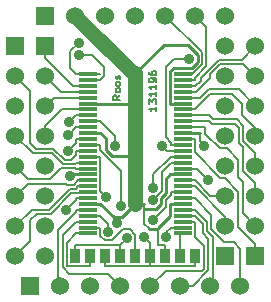
<source format=gtl>
G04 (created by PCBNEW-RS274X (2012-apr-16-27)-stable) date dim. 02 juin 2013 12:40:30 CST*
G01*
G70*
G90*
%MOIN*%
G04 Gerber Fmt 3.4, Leading zero omitted, Abs format*
%FSLAX34Y34*%
G04 APERTURE LIST*
%ADD10C,0.006000*%
%ADD11C,0.006300*%
%ADD12R,0.060000X0.060000*%
%ADD13C,0.060000*%
%ADD14R,0.059100X0.011800*%
%ADD15R,0.038000X0.050000*%
%ADD16C,0.035000*%
%ADD17C,0.010000*%
%ADD18C,0.050000*%
%ADD19C,0.007600*%
G04 APERTURE END LIST*
G54D10*
G54D11*
X18201Y-25024D02*
X18201Y-25166D01*
X18201Y-25095D02*
X17951Y-25095D01*
X17987Y-25119D01*
X18011Y-25143D01*
X18023Y-25166D01*
X17951Y-24940D02*
X17951Y-24786D01*
X18046Y-24869D01*
X18046Y-24833D01*
X18058Y-24809D01*
X18070Y-24797D01*
X18094Y-24786D01*
X18154Y-24786D01*
X18177Y-24797D01*
X18189Y-24809D01*
X18201Y-24833D01*
X18201Y-24905D01*
X18189Y-24928D01*
X18177Y-24940D01*
X18201Y-24548D02*
X18201Y-24690D01*
X18201Y-24619D02*
X17951Y-24619D01*
X17987Y-24643D01*
X18011Y-24667D01*
X18023Y-24690D01*
X18201Y-24310D02*
X18201Y-24452D01*
X18201Y-24381D02*
X17951Y-24381D01*
X17987Y-24405D01*
X18011Y-24429D01*
X18023Y-24452D01*
X18201Y-24191D02*
X18201Y-24143D01*
X18189Y-24119D01*
X18177Y-24107D01*
X18142Y-24083D01*
X18094Y-24072D01*
X17999Y-24072D01*
X17975Y-24083D01*
X17963Y-24095D01*
X17951Y-24119D01*
X17951Y-24167D01*
X17963Y-24191D01*
X17975Y-24202D01*
X17999Y-24214D01*
X18058Y-24214D01*
X18082Y-24202D01*
X18094Y-24191D01*
X18106Y-24167D01*
X18106Y-24119D01*
X18094Y-24095D01*
X18082Y-24083D01*
X18058Y-24072D01*
X17951Y-23857D02*
X17951Y-23905D01*
X17963Y-23929D01*
X17975Y-23941D01*
X18011Y-23964D01*
X18058Y-23976D01*
X18154Y-23976D01*
X18177Y-23964D01*
X18189Y-23953D01*
X18201Y-23929D01*
X18201Y-23881D01*
X18189Y-23857D01*
X18177Y-23845D01*
X18154Y-23834D01*
X18094Y-23834D01*
X18070Y-23845D01*
X18058Y-23857D01*
X18046Y-23881D01*
X18046Y-23929D01*
X18058Y-23953D01*
X18070Y-23964D01*
X18094Y-23976D01*
X17001Y-24650D02*
X16882Y-24733D01*
X17001Y-24792D02*
X16751Y-24792D01*
X16751Y-24697D01*
X16763Y-24673D01*
X16775Y-24662D01*
X16799Y-24650D01*
X16835Y-24650D01*
X16858Y-24662D01*
X16870Y-24673D01*
X16882Y-24697D01*
X16882Y-24792D01*
X17001Y-24507D02*
X16989Y-24531D01*
X16977Y-24542D01*
X16954Y-24554D01*
X16882Y-24554D01*
X16858Y-24542D01*
X16846Y-24531D01*
X16835Y-24507D01*
X16835Y-24471D01*
X16846Y-24447D01*
X16858Y-24435D01*
X16882Y-24423D01*
X16954Y-24423D01*
X16977Y-24435D01*
X16989Y-24447D01*
X17001Y-24471D01*
X17001Y-24507D01*
X17001Y-24281D02*
X16989Y-24305D01*
X16977Y-24316D01*
X16954Y-24328D01*
X16882Y-24328D01*
X16858Y-24316D01*
X16846Y-24305D01*
X16835Y-24281D01*
X16835Y-24245D01*
X16846Y-24221D01*
X16858Y-24209D01*
X16882Y-24197D01*
X16954Y-24197D01*
X16977Y-24209D01*
X16989Y-24221D01*
X17001Y-24245D01*
X17001Y-24281D01*
X16989Y-24102D02*
X17001Y-24079D01*
X17001Y-24031D01*
X16989Y-24007D01*
X16965Y-23995D01*
X16954Y-23995D01*
X16930Y-24007D01*
X16918Y-24031D01*
X16918Y-24067D01*
X16906Y-24090D01*
X16882Y-24102D01*
X16870Y-24102D01*
X16846Y-24090D01*
X16835Y-24067D01*
X16835Y-24031D01*
X16846Y-24007D01*
G54D12*
X14500Y-22000D03*
G54D13*
X15500Y-22000D03*
X16500Y-22000D03*
X17500Y-22000D03*
X18500Y-22000D03*
X19500Y-22000D03*
X20500Y-22000D03*
G54D12*
X14000Y-31000D03*
G54D13*
X15000Y-31000D03*
X16000Y-31000D03*
X17000Y-31000D03*
X18000Y-31000D03*
X19000Y-31000D03*
X20000Y-31000D03*
X21000Y-31000D03*
G54D12*
X21500Y-30000D03*
G54D13*
X21500Y-29000D03*
X21500Y-28000D03*
X21500Y-27000D03*
X21500Y-26000D03*
X21500Y-25000D03*
X21500Y-24000D03*
X21500Y-23000D03*
G54D12*
X20500Y-30000D03*
G54D13*
X20500Y-29000D03*
X20500Y-28000D03*
X20500Y-27000D03*
X20500Y-26000D03*
X20500Y-25000D03*
X20500Y-24000D03*
X20500Y-23000D03*
G54D12*
X14500Y-23000D03*
G54D13*
X14500Y-24000D03*
X14500Y-25000D03*
X14500Y-26000D03*
X14500Y-27000D03*
X14500Y-28000D03*
X14500Y-29000D03*
X14500Y-30000D03*
G54D12*
X13500Y-23000D03*
G54D13*
X13500Y-24000D03*
X13500Y-25000D03*
X13500Y-26000D03*
X13500Y-27000D03*
X13500Y-28000D03*
X13500Y-29000D03*
X13500Y-30000D03*
G54D14*
X19075Y-27485D03*
X19075Y-27288D03*
X19075Y-27091D03*
X19075Y-26894D03*
X19075Y-26697D03*
X19075Y-26500D03*
X19075Y-26304D03*
X19075Y-26107D03*
X19075Y-25910D03*
X19075Y-25713D03*
X19075Y-25516D03*
X15925Y-28666D03*
X15925Y-28862D03*
X15925Y-29059D03*
X15925Y-29256D03*
X19075Y-29256D03*
X19075Y-29060D03*
X19075Y-28863D03*
X15925Y-27091D03*
X19075Y-28469D03*
X19075Y-28272D03*
X19075Y-28075D03*
X19075Y-27878D03*
X19075Y-27682D03*
X15925Y-26107D03*
X15925Y-26303D03*
X15925Y-26500D03*
X15925Y-26697D03*
X15925Y-26894D03*
X19075Y-28666D03*
X15925Y-27288D03*
X15925Y-27485D03*
X15925Y-27681D03*
X15925Y-27878D03*
X15925Y-28075D03*
X15925Y-28272D03*
X15925Y-28469D03*
X15925Y-23941D03*
X15925Y-24138D03*
X15925Y-24335D03*
X15925Y-24532D03*
X15925Y-24729D03*
X15925Y-24925D03*
X15925Y-25122D03*
X15925Y-25319D03*
X15925Y-25516D03*
X15925Y-25713D03*
X15925Y-25910D03*
X19075Y-25319D03*
X19075Y-25122D03*
X19075Y-24925D03*
X19075Y-24729D03*
X19075Y-24532D03*
X19075Y-24335D03*
X19075Y-24138D03*
X19075Y-23941D03*
G54D15*
X18000Y-30000D03*
X17500Y-30000D03*
X17000Y-30000D03*
X16500Y-30000D03*
X16000Y-30000D03*
X15500Y-30000D03*
X19500Y-30000D03*
X19000Y-30000D03*
X18500Y-30000D03*
G54D16*
X16893Y-28922D03*
X17204Y-29393D03*
X15602Y-23314D03*
X15606Y-22900D03*
X19796Y-26324D03*
X17791Y-29366D03*
X15334Y-27352D03*
X18528Y-29373D03*
X15288Y-25554D03*
X15267Y-25968D03*
X16526Y-28049D03*
X16599Y-29212D03*
X15249Y-26521D03*
X16823Y-26326D03*
X17012Y-28345D03*
X18075Y-28815D03*
X19916Y-27460D03*
X18074Y-28140D03*
X18101Y-27726D03*
X18399Y-26337D03*
X19283Y-23430D03*
X15173Y-28486D03*
G54D17*
X17500Y-23920D02*
X17500Y-24000D01*
G54D18*
X17500Y-23920D02*
X17420Y-23920D01*
G54D17*
X17500Y-28272D02*
X17500Y-28270D01*
G54D19*
X17799Y-28272D02*
X17799Y-28428D01*
X17799Y-28946D02*
X17937Y-29084D01*
X17799Y-28428D02*
X17799Y-28946D01*
G54D17*
X19075Y-24925D02*
X18667Y-24925D01*
G54D18*
X17500Y-24925D02*
X17500Y-24000D01*
X17420Y-23920D02*
X15500Y-22000D01*
G54D17*
X18439Y-22981D02*
X17500Y-23920D01*
X19242Y-22981D02*
X18439Y-22981D01*
X19571Y-23310D02*
X19242Y-22981D01*
X19571Y-23550D02*
X19571Y-23310D01*
X19395Y-23726D02*
X19571Y-23550D01*
X18776Y-23726D02*
X19395Y-23726D01*
X18667Y-23835D02*
X18776Y-23726D01*
X16334Y-25910D02*
X16509Y-26085D01*
X16509Y-26085D02*
X16509Y-26462D01*
X16509Y-26462D02*
X16721Y-26674D01*
X16721Y-26674D02*
X17500Y-26674D01*
G54D18*
X17500Y-26674D02*
X17500Y-24940D01*
X17500Y-27288D02*
X17500Y-26674D01*
G54D17*
X17799Y-28428D02*
X18194Y-28428D01*
X18194Y-28428D02*
X18362Y-28260D01*
X18362Y-28260D02*
X18362Y-28070D01*
X18362Y-28070D02*
X18528Y-27904D01*
X18528Y-27904D02*
X18528Y-27427D01*
X18528Y-27427D02*
X18667Y-27288D01*
X15925Y-25910D02*
X16334Y-25910D01*
X16893Y-28713D02*
X16893Y-28922D01*
G54D19*
X18500Y-30000D02*
X18500Y-29649D01*
G54D17*
X19075Y-28272D02*
X18667Y-28272D01*
X17500Y-24925D02*
X17500Y-24940D01*
X15925Y-24925D02*
X17500Y-24925D01*
G54D19*
X15500Y-30000D02*
X15500Y-29649D01*
X17000Y-30000D02*
X17000Y-29649D01*
X17000Y-29649D02*
X15500Y-29649D01*
G54D17*
X18667Y-24925D02*
X18667Y-23835D01*
X18667Y-28659D02*
X18667Y-28272D01*
X18242Y-29084D02*
X18667Y-28659D01*
X15925Y-28272D02*
X16334Y-28272D01*
G54D19*
X17204Y-29445D02*
X17204Y-29393D01*
X17000Y-29649D02*
X17204Y-29445D01*
G54D17*
X16893Y-28713D02*
X17059Y-28713D01*
X16775Y-28713D02*
X16893Y-28713D01*
X16334Y-28272D02*
X16775Y-28713D01*
X17956Y-29103D02*
X18242Y-29103D01*
X17937Y-29084D02*
X17956Y-29103D01*
G54D19*
X18242Y-29084D02*
X18242Y-29103D01*
X18263Y-29649D02*
X18500Y-29649D01*
X18242Y-29628D02*
X18263Y-29649D01*
X18242Y-29103D02*
X18242Y-29628D01*
G54D17*
X19075Y-27288D02*
X18667Y-27288D01*
X17500Y-27288D02*
X17500Y-27290D01*
G54D18*
X17500Y-28270D02*
X17500Y-27290D01*
G54D17*
X17500Y-28272D02*
X17799Y-28272D01*
X17059Y-28713D02*
X17500Y-28272D01*
G54D19*
X16464Y-23996D02*
X16464Y-23720D01*
X16464Y-23720D02*
X16058Y-23314D01*
X16322Y-24138D02*
X16464Y-23996D01*
X16058Y-23314D02*
X15602Y-23314D01*
X15925Y-24138D02*
X16322Y-24138D01*
X16322Y-23941D02*
X15925Y-23941D01*
X15326Y-23180D02*
X15606Y-22900D01*
X15326Y-23738D02*
X15326Y-23180D01*
X15529Y-23941D02*
X15326Y-23738D01*
X15925Y-23941D02*
X15529Y-23941D01*
G54D17*
X15925Y-27288D02*
X15398Y-27288D01*
X19075Y-25910D02*
X19612Y-25910D01*
X15398Y-27288D02*
X15334Y-27352D01*
G54D19*
X19612Y-25910D02*
X19619Y-25910D01*
X19660Y-25910D02*
X19660Y-26188D01*
X19660Y-26188D02*
X19796Y-26324D01*
G54D17*
X19619Y-25910D02*
X19660Y-25910D01*
G54D19*
X17999Y-30351D02*
X16500Y-30351D01*
X18000Y-30350D02*
X17999Y-30351D01*
X19500Y-30351D02*
X18001Y-30351D01*
X18001Y-30351D02*
X18000Y-30350D01*
X18000Y-30000D02*
X18000Y-30350D01*
X18000Y-30000D02*
X18000Y-29649D01*
X19500Y-30000D02*
X19500Y-30351D01*
X18000Y-29649D02*
X18000Y-29575D01*
X18000Y-29575D02*
X17791Y-29366D01*
X16500Y-30000D02*
X16500Y-30351D01*
X19075Y-24138D02*
X19472Y-24138D01*
X19861Y-22361D02*
X19500Y-22000D01*
X19861Y-23671D02*
X19861Y-22361D01*
X19472Y-24060D02*
X19861Y-23671D01*
X19472Y-24138D02*
X19472Y-24060D01*
X19075Y-29060D02*
X18679Y-29060D01*
X18679Y-29060D02*
X18528Y-29211D01*
X18528Y-29211D02*
X18528Y-29373D01*
X19722Y-23222D02*
X18500Y-22000D01*
X19722Y-23613D02*
X19722Y-23222D01*
X19394Y-23941D02*
X19722Y-23613D01*
X19075Y-23941D02*
X19394Y-23941D01*
X14771Y-24729D02*
X15529Y-24729D01*
X14500Y-25000D02*
X14771Y-24729D01*
X15925Y-24729D02*
X15529Y-24729D01*
X15523Y-25319D02*
X15288Y-25554D01*
X15925Y-25319D02*
X15523Y-25319D01*
X15529Y-25713D02*
X15274Y-25968D01*
X15274Y-25968D02*
X15267Y-25968D01*
X15925Y-25713D02*
X15529Y-25713D01*
X15434Y-24335D02*
X15925Y-24335D01*
X14500Y-23401D02*
X15434Y-24335D01*
X14500Y-23000D02*
X14500Y-23401D01*
X14500Y-24000D02*
X15032Y-24532D01*
X15032Y-24532D02*
X15529Y-24532D01*
X15925Y-24532D02*
X15529Y-24532D01*
X15925Y-25122D02*
X15529Y-25122D01*
X14500Y-25663D02*
X14500Y-26000D01*
X15041Y-25122D02*
X14500Y-25663D01*
X15529Y-25122D02*
X15041Y-25122D01*
X17319Y-29117D02*
X17090Y-29117D01*
X17090Y-29117D02*
X16719Y-29488D01*
X17500Y-29649D02*
X17500Y-29298D01*
X17500Y-29298D02*
X17319Y-29117D01*
X16719Y-29488D02*
X16477Y-29488D01*
X16322Y-29333D02*
X16322Y-29059D01*
X17500Y-30000D02*
X17500Y-29649D01*
X15925Y-29059D02*
X16322Y-29059D01*
X16477Y-29488D02*
X16322Y-29333D01*
X15925Y-27091D02*
X15529Y-27091D01*
X15513Y-27075D02*
X15529Y-27091D01*
X15015Y-27075D02*
X15513Y-27075D01*
X14661Y-27429D02*
X15015Y-27075D01*
X13929Y-27429D02*
X14661Y-27429D01*
X13500Y-27000D02*
X13929Y-27429D01*
X15925Y-26697D02*
X16322Y-26697D01*
X16322Y-27845D02*
X16526Y-28049D01*
X16322Y-26697D02*
X16322Y-27845D01*
X15925Y-28666D02*
X16322Y-28666D01*
X16599Y-28943D02*
X16599Y-29212D01*
X16322Y-28666D02*
X16599Y-28943D01*
X14731Y-26590D02*
X15077Y-26936D01*
X13500Y-26000D02*
X14090Y-26590D01*
X14090Y-26590D02*
X14731Y-26590D01*
X15925Y-26894D02*
X15529Y-26894D01*
X15077Y-26936D02*
X15487Y-26936D01*
X15487Y-26936D02*
X15529Y-26894D01*
X15925Y-28862D02*
X15529Y-28862D01*
X15529Y-28862D02*
X15069Y-29322D01*
X15069Y-29322D02*
X15069Y-30388D01*
X15069Y-30388D02*
X15279Y-30598D01*
X15279Y-30598D02*
X16598Y-30598D01*
X16598Y-30598D02*
X17000Y-31000D01*
X15208Y-29577D02*
X15529Y-29256D01*
X15208Y-30330D02*
X15208Y-29577D01*
X15229Y-30351D02*
X15208Y-30330D01*
X16000Y-30351D02*
X15229Y-30351D01*
X16000Y-30000D02*
X16000Y-30351D01*
X15925Y-29256D02*
X15529Y-29256D01*
X13907Y-27593D02*
X15185Y-27593D01*
X15185Y-27593D02*
X15220Y-27628D01*
X13500Y-28000D02*
X13907Y-27593D01*
X15449Y-27628D02*
X15592Y-27485D01*
X15592Y-27485D02*
X15925Y-27485D01*
X15220Y-27628D02*
X15449Y-27628D01*
X19000Y-30000D02*
X19000Y-29256D01*
X19075Y-29256D02*
X19000Y-29256D01*
X19000Y-29256D02*
X18802Y-29256D01*
X15925Y-26107D02*
X15529Y-26107D01*
X15529Y-26241D02*
X15249Y-26521D01*
X15529Y-26107D02*
X15529Y-26241D01*
X16322Y-25516D02*
X16823Y-26017D01*
X16823Y-26017D02*
X16823Y-26326D01*
X15925Y-25516D02*
X16322Y-25516D01*
X15593Y-27681D02*
X15925Y-27681D01*
X15507Y-27767D02*
X15593Y-27681D01*
X15302Y-27767D02*
X15507Y-27767D01*
X14610Y-28459D02*
X15302Y-27767D01*
X14041Y-28459D02*
X14610Y-28459D01*
X13500Y-29000D02*
X14041Y-28459D01*
X14000Y-29500D02*
X14000Y-28816D01*
X14000Y-28816D02*
X14217Y-28599D01*
X13500Y-30000D02*
X14000Y-29500D01*
X14217Y-28599D02*
X14670Y-28599D01*
X15363Y-27906D02*
X15897Y-27906D01*
X15897Y-27906D02*
X15925Y-27878D01*
X14670Y-28599D02*
X15363Y-27906D01*
X19075Y-28863D02*
X19472Y-28863D01*
X19472Y-29364D02*
X19472Y-28863D01*
X19792Y-29684D02*
X19472Y-29364D01*
X19792Y-30430D02*
X19792Y-29684D01*
X19728Y-30494D02*
X19792Y-30430D01*
X18506Y-30494D02*
X19728Y-30494D01*
X18000Y-31000D02*
X18506Y-30494D01*
X19419Y-31000D02*
X19931Y-30488D01*
X19000Y-31000D02*
X19419Y-31000D01*
X19931Y-30488D02*
X19931Y-29429D01*
X19931Y-29429D02*
X19750Y-29248D01*
X19750Y-29248D02*
X19750Y-28944D01*
X19075Y-28666D02*
X19472Y-28666D01*
X19750Y-28944D02*
X19472Y-28666D01*
X17012Y-27179D02*
X17012Y-28345D01*
X16322Y-26489D02*
X17012Y-27179D01*
X16322Y-26303D02*
X16322Y-26489D01*
X15925Y-26303D02*
X16322Y-26303D01*
X19889Y-28886D02*
X19472Y-28469D01*
X19889Y-29190D02*
X19889Y-28886D01*
X20000Y-31000D02*
X20070Y-30930D01*
X20070Y-29371D02*
X19889Y-29190D01*
X19075Y-28469D02*
X19472Y-28469D01*
X20070Y-30930D02*
X20070Y-29371D01*
X15925Y-26500D02*
X15529Y-26500D01*
X15529Y-26632D02*
X15529Y-26500D01*
X15364Y-26797D02*
X15529Y-26632D01*
X15135Y-26797D02*
X15364Y-26797D01*
X14768Y-26430D02*
X15135Y-26797D01*
X14174Y-26430D02*
X14768Y-26430D01*
X14000Y-26256D02*
X14174Y-26430D01*
X14000Y-24500D02*
X14000Y-26256D01*
X13500Y-24000D02*
X14000Y-24500D01*
X19523Y-24532D02*
X19989Y-24066D01*
X21099Y-23599D02*
X21500Y-24000D01*
X19989Y-24066D02*
X19989Y-23944D01*
X19472Y-24532D02*
X19523Y-24532D01*
X19075Y-24532D02*
X19472Y-24532D01*
X20334Y-23599D02*
X21099Y-23599D01*
X19989Y-23944D02*
X20334Y-23599D01*
X21500Y-30000D02*
X21500Y-29599D01*
X20933Y-29032D02*
X21500Y-29599D01*
X20933Y-27859D02*
X20933Y-29032D01*
X20480Y-27406D02*
X20933Y-27859D01*
X20332Y-27406D02*
X20480Y-27406D01*
X19472Y-26546D02*
X20332Y-27406D01*
X19472Y-26107D02*
X19472Y-26546D01*
X19075Y-26107D02*
X19472Y-26107D01*
X21500Y-29000D02*
X21072Y-28572D01*
X19809Y-25713D02*
X19472Y-25713D01*
X21072Y-28572D02*
X21072Y-27526D01*
X21072Y-27526D02*
X20933Y-27387D01*
X20933Y-27387D02*
X20933Y-26818D01*
X20933Y-26818D02*
X20536Y-26421D01*
X19075Y-25713D02*
X19472Y-25713D01*
X19830Y-25734D02*
X19809Y-25713D01*
X19830Y-25932D02*
X19830Y-25734D01*
X20319Y-26421D02*
X19830Y-25932D01*
X20536Y-26421D02*
X20319Y-26421D01*
X20958Y-25742D02*
X20811Y-25595D01*
X21500Y-27576D02*
X21083Y-27159D01*
X21500Y-28000D02*
X21500Y-27576D01*
X20811Y-25595D02*
X20035Y-25595D01*
X20958Y-26236D02*
X20958Y-25742D01*
X21083Y-26361D02*
X20958Y-26236D01*
X19956Y-25516D02*
X19472Y-25516D01*
X20035Y-25595D02*
X19956Y-25516D01*
X21083Y-27159D02*
X21083Y-26361D01*
X19075Y-25516D02*
X19472Y-25516D01*
X19956Y-25319D02*
X19075Y-25319D01*
X20093Y-25456D02*
X19956Y-25319D01*
X20880Y-25456D02*
X20093Y-25456D01*
X21098Y-25674D02*
X20880Y-25456D01*
X21098Y-26178D02*
X21098Y-25674D01*
X21500Y-26580D02*
X21098Y-26178D01*
X21500Y-27000D02*
X21500Y-26580D01*
X19075Y-25122D02*
X19472Y-25122D01*
X19472Y-25122D02*
X19995Y-24599D01*
X19995Y-24599D02*
X20704Y-24599D01*
X20704Y-24599D02*
X21040Y-24935D01*
X21040Y-24935D02*
X21040Y-25291D01*
X21040Y-25291D02*
X21500Y-25751D01*
X21500Y-25751D02*
X21500Y-26000D01*
X20941Y-24441D02*
X21500Y-25000D01*
X19953Y-24441D02*
X20941Y-24441D01*
X19665Y-24729D02*
X19953Y-24441D01*
X19075Y-24729D02*
X19665Y-24729D01*
X20276Y-23460D02*
X19669Y-24067D01*
X21040Y-23460D02*
X20276Y-23460D01*
X21500Y-23000D02*
X21040Y-23460D01*
X19499Y-24335D02*
X19075Y-24335D01*
X19669Y-24165D02*
X19499Y-24335D01*
X19669Y-24067D02*
X19669Y-24165D01*
X19075Y-27878D02*
X18679Y-27878D01*
X18679Y-27967D02*
X18679Y-27878D01*
X18513Y-28133D02*
X18679Y-27967D01*
X18513Y-28377D02*
X18513Y-28133D01*
X18075Y-28815D02*
X18513Y-28377D01*
X20500Y-28710D02*
X19472Y-27682D01*
X20500Y-29000D02*
X20500Y-28710D01*
X19075Y-27682D02*
X19472Y-27682D01*
X19075Y-27485D02*
X19472Y-27485D01*
X19987Y-28000D02*
X20500Y-28000D01*
X19472Y-27485D02*
X19987Y-28000D01*
X19547Y-27091D02*
X19916Y-27460D01*
X19075Y-27091D02*
X19547Y-27091D01*
X18074Y-28140D02*
X18078Y-28140D01*
X18078Y-28140D02*
X18377Y-27841D01*
X18377Y-27841D02*
X18377Y-27196D01*
X18377Y-27196D02*
X18679Y-26894D01*
X19075Y-26894D02*
X18679Y-26894D01*
X18101Y-27274D02*
X18678Y-26697D01*
X18101Y-27726D02*
X18101Y-27274D01*
X18678Y-26697D02*
X19075Y-26697D01*
X18562Y-26500D02*
X18399Y-26337D01*
X19075Y-26500D02*
X18562Y-26500D01*
X18679Y-26226D02*
X18508Y-26055D01*
X19075Y-26304D02*
X18679Y-26304D01*
X18508Y-23713D02*
X18791Y-23430D01*
X18679Y-26304D02*
X18679Y-26226D01*
X18508Y-26055D02*
X18508Y-23713D01*
X18791Y-23430D02*
X19283Y-23430D01*
X15925Y-28075D02*
X15529Y-28075D01*
X15173Y-28486D02*
X15529Y-28130D01*
X15529Y-28130D02*
X15529Y-28075D01*
X15529Y-28469D02*
X15529Y-28534D01*
X15529Y-28534D02*
X14930Y-29133D01*
X14930Y-29133D02*
X14930Y-30930D01*
X15925Y-28469D02*
X15529Y-28469D01*
X14930Y-30930D02*
X15000Y-31000D01*
X19075Y-28075D02*
X19472Y-28075D01*
X20028Y-28631D02*
X19472Y-28075D01*
X20028Y-29100D02*
X20028Y-28631D01*
X20466Y-29538D02*
X20028Y-29100D01*
X20781Y-29538D02*
X20466Y-29538D01*
X21000Y-29757D02*
X20781Y-29538D01*
X21000Y-31000D02*
X21000Y-29757D01*
M02*

</source>
